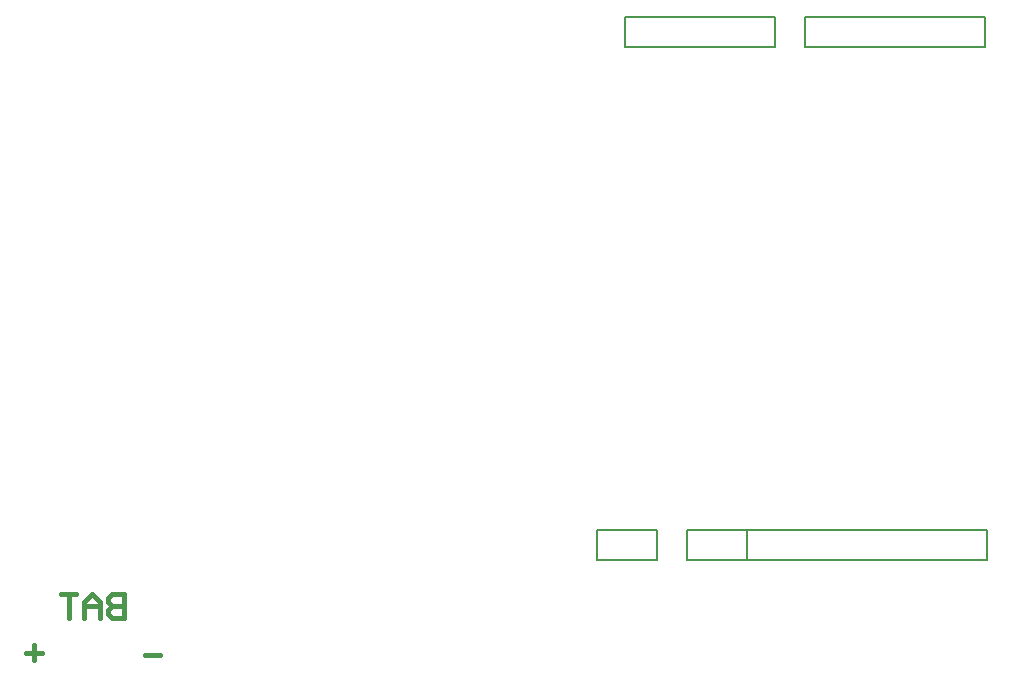
<source format=gbr>
%TF.GenerationSoftware,Altium Limited,Altium NEXUS,2.1.9 (83)*%
G04 Layer_Color=32896*
%FSLAX44Y44*%
%MOMM*%
%TF.FileFunction,Legend,Bot*%
%TF.Part,Single*%
G01*
G75*
%TA.AperFunction,NonConductor*%
%ADD54C,0.2000*%
%ADD95C,0.4000*%
D54*
X750030Y568040D02*
X902430D01*
X750030Y542640D02*
X902430D01*
X750030D02*
Y568040D01*
X902430Y542640D02*
Y568040D01*
X597630Y542640D02*
Y568040D01*
Y542640D02*
X724630D01*
X597630Y568040D02*
X724630D01*
Y542640D02*
Y568040D01*
X573500Y133700D02*
X624300D01*
X573500Y108300D02*
Y133700D01*
Y108300D02*
X624300D01*
Y133700D01*
X624298Y108302D02*
Y133702D01*
X903700Y108300D02*
Y133700D01*
X700500D02*
X903700D01*
X700500Y108300D02*
Y133700D01*
Y108300D02*
X903700D01*
X700502Y108298D02*
Y133698D01*
X649702Y108298D02*
X700502D01*
X649702D02*
Y133698D01*
X700502D01*
D95*
X173000Y78994D02*
Y59000D01*
X163003D01*
X159671Y62332D01*
Y65665D01*
X163003Y68997D01*
X173000D01*
X163003D01*
X159671Y72329D01*
Y75661D01*
X163003Y78994D01*
X173000D01*
X153006Y59000D02*
Y72329D01*
X146342Y78994D01*
X139677Y72329D01*
Y59000D01*
Y68997D01*
X153006D01*
X133013Y78994D02*
X119684D01*
X126348D01*
Y59000D01*
X104000Y29664D02*
X90671D01*
X97336Y36329D02*
Y23000D01*
X204000Y27997D02*
X190671D01*
%TF.MD5,994ef073f3485350edd7c4e1df209f60*%
M02*

</source>
